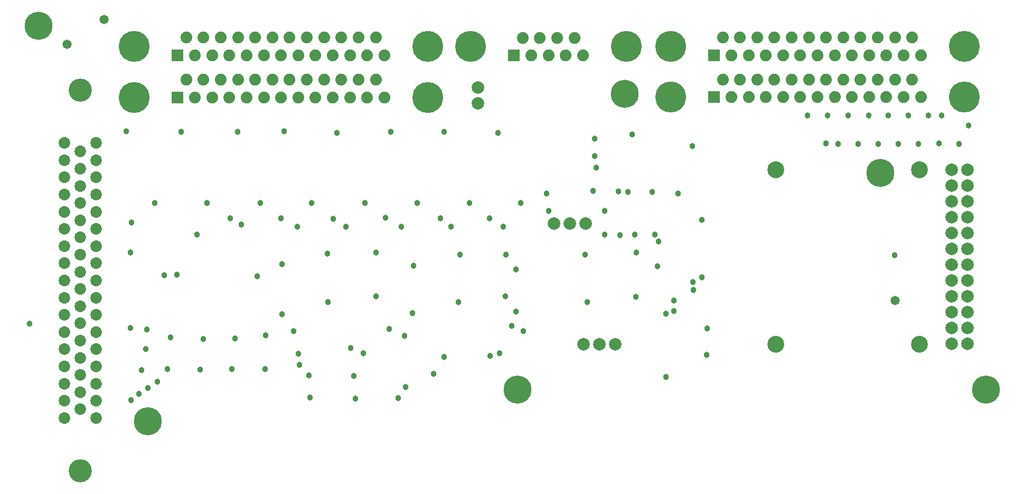
<source format=gbs>
G04*
G04 #@! TF.GenerationSoftware,Altium Limited,Altium Designer,19.0.10 (269)*
G04*
G04 Layer_Color=16711935*
%FSLAX25Y25*%
%MOIN*%
G70*
G01*
G75*
%ADD49C,0.03800*%
%ADD55C,0.07887*%
%ADD56C,0.19540*%
%ADD57R,0.07453X0.07453*%
%ADD58C,0.07453*%
%ADD59C,0.17729*%
%ADD60C,0.10642*%
%ADD61C,0.07300*%
%ADD62C,0.14600*%
%ADD63C,0.05800*%
D49*
X399659Y356750D02*
D03*
X416013Y362750D02*
D03*
X682226Y405750D02*
D03*
X508750Y301750D02*
D03*
X496250Y295250D02*
D03*
X508250Y306750D02*
D03*
X517414Y277350D02*
D03*
X516914Y260850D02*
D03*
X491311Y246850D02*
D03*
X496311Y288350D02*
D03*
X491311Y286850D02*
D03*
X486550Y332450D02*
D03*
X486050Y316950D02*
D03*
X514050Y346050D02*
D03*
Y309750D02*
D03*
X447250Y379250D02*
D03*
X316701Y277250D02*
D03*
X499071Y362750D02*
D03*
X195250Y336950D02*
D03*
X163130Y264534D02*
D03*
X185215Y401750D02*
D03*
X150750Y402250D02*
D03*
X283750Y401250D02*
D03*
X250250Y402250D02*
D03*
X317750Y401750D02*
D03*
X351250D02*
D03*
X385250Y401250D02*
D03*
X292371Y265050D02*
D03*
X223250Y343250D02*
D03*
X471750Y336656D02*
D03*
X380250Y260250D02*
D03*
X469995Y400164D02*
D03*
X508150Y392664D02*
D03*
X344720Y248908D02*
D03*
X635661Y323661D02*
D03*
X461250Y364042D02*
D03*
X452750Y336829D02*
D03*
Y351904D02*
D03*
X445384Y364404D02*
D03*
X446239Y386404D02*
D03*
Y397404D02*
D03*
X153750Y232250D02*
D03*
X170250Y243951D02*
D03*
X164250Y239974D02*
D03*
X158750Y236250D02*
D03*
X386314Y261885D02*
D03*
X401250Y275750D02*
D03*
X393881Y279250D02*
D03*
X322421Y233312D02*
D03*
X326921Y240312D02*
D03*
X259992Y254329D02*
D03*
X295250Y233216D02*
D03*
X266492Y233730D02*
D03*
X300392Y261829D02*
D03*
X351392Y259470D02*
D03*
X153835Y344404D02*
D03*
X153250Y325404D02*
D03*
X259173Y261312D02*
D03*
X484324Y336776D02*
D03*
X258752Y341950D02*
D03*
X289301D02*
D03*
X324184D02*
D03*
X355801D02*
D03*
X388669D02*
D03*
X417415Y351750D02*
D03*
X379915Y347245D02*
D03*
X348915Y347250D02*
D03*
X314203Y347363D02*
D03*
X281415Y346863D02*
D03*
X248415Y347245D02*
D03*
X216415Y347250D02*
D03*
X89750Y280457D02*
D03*
X233311Y310427D02*
D03*
X256201Y275675D02*
D03*
X326243Y272750D02*
D03*
X396750Y288250D02*
D03*
X396779Y314675D02*
D03*
X249133Y286478D02*
D03*
X331453Y287175D02*
D03*
X332050Y317175D02*
D03*
X249133Y318026D02*
D03*
X178750Y271750D02*
D03*
X277750Y324675D02*
D03*
X482739Y363904D02*
D03*
X467239D02*
D03*
X462239Y336404D02*
D03*
X472739Y325404D02*
D03*
X472187Y297404D02*
D03*
X390152Y297955D02*
D03*
X308463Y297750D02*
D03*
X390187Y324249D02*
D03*
X308463Y325352D02*
D03*
X153250Y277957D02*
D03*
X174750Y311250D02*
D03*
X182687Y311408D02*
D03*
X220893Y401750D02*
D03*
X294421Y247312D02*
D03*
X265884Y247812D02*
D03*
X238350Y251750D02*
D03*
X599850Y394250D02*
D03*
X676250D02*
D03*
X592250Y394383D02*
D03*
X612583Y394250D02*
D03*
X625317D02*
D03*
X638050D02*
D03*
X650783D02*
D03*
X663517Y394383D02*
D03*
X593483Y412117D02*
D03*
X606217Y412250D02*
D03*
X619180D02*
D03*
X631750D02*
D03*
X644250D02*
D03*
X657150Y412117D02*
D03*
X665250D02*
D03*
X580750Y412250D02*
D03*
X163687Y276856D02*
D03*
X217250Y251750D02*
D03*
X197250Y251486D02*
D03*
X176750Y251750D02*
D03*
X238750Y273301D02*
D03*
X219250Y271250D02*
D03*
X199250Y270750D02*
D03*
X160250Y251250D02*
D03*
X277852Y294175D02*
D03*
X360250D02*
D03*
X441750D02*
D03*
X440250Y324175D02*
D03*
X361250D02*
D03*
X367250Y356750D02*
D03*
X334250D02*
D03*
X301250D02*
D03*
X267750D02*
D03*
X235250D02*
D03*
X201750D02*
D03*
X168750D02*
D03*
D55*
X439250Y267514D02*
D03*
X449250D02*
D03*
X459250D02*
D03*
X420750Y343750D02*
D03*
X430750D02*
D03*
X440750D02*
D03*
X372779Y429750D02*
D03*
Y419750D02*
D03*
X671750Y317750D02*
D03*
Y307750D02*
D03*
Y297750D02*
D03*
Y287750D02*
D03*
Y277750D02*
D03*
Y267750D02*
D03*
Y367750D02*
D03*
Y377750D02*
D03*
Y357750D02*
D03*
Y347750D02*
D03*
Y337750D02*
D03*
Y327750D02*
D03*
X681750D02*
D03*
Y337750D02*
D03*
Y347750D02*
D03*
Y357750D02*
D03*
Y377750D02*
D03*
Y367750D02*
D03*
Y267750D02*
D03*
Y277750D02*
D03*
Y287750D02*
D03*
Y297750D02*
D03*
Y307750D02*
D03*
Y317750D02*
D03*
D56*
X679593Y455841D02*
D03*
X494348D02*
D03*
Y423675D02*
D03*
X679593D02*
D03*
X340994Y423585D02*
D03*
X155750D02*
D03*
Y455750D02*
D03*
X340994D02*
D03*
X466443Y455659D02*
D03*
X368057D02*
D03*
D57*
X521750Y450250D02*
D03*
Y423675D02*
D03*
X183152Y423585D02*
D03*
Y450159D02*
D03*
X395439Y450069D02*
D03*
D58*
X527185Y461431D02*
D03*
X532620Y450250D02*
D03*
X538055Y461431D02*
D03*
X543490Y450250D02*
D03*
X548925Y461431D02*
D03*
X554360Y450250D02*
D03*
X559795Y461431D02*
D03*
X565230Y450250D02*
D03*
X570665Y461431D02*
D03*
X576100Y450250D02*
D03*
X581535Y461431D02*
D03*
X586970Y450250D02*
D03*
X592406Y461431D02*
D03*
X597841Y450250D02*
D03*
X603276Y461431D02*
D03*
X608711Y450250D02*
D03*
X614146Y461431D02*
D03*
X619581Y450250D02*
D03*
X625016Y461431D02*
D03*
X630451Y450250D02*
D03*
X635886Y461431D02*
D03*
X641321Y450250D02*
D03*
X646756Y461431D02*
D03*
X652191Y450250D02*
D03*
Y423675D02*
D03*
X646756Y434856D02*
D03*
X641321Y423675D02*
D03*
X635886Y434856D02*
D03*
X630451Y423675D02*
D03*
X625016Y434856D02*
D03*
X619581Y423675D02*
D03*
X614146Y434856D02*
D03*
X608711Y423675D02*
D03*
X603276Y434856D02*
D03*
X597841Y423675D02*
D03*
X592406Y434856D02*
D03*
X586970Y423675D02*
D03*
X581535Y434856D02*
D03*
X576100Y423675D02*
D03*
X570665Y434856D02*
D03*
X565230Y423675D02*
D03*
X559795Y434856D02*
D03*
X554360Y423675D02*
D03*
X548925Y434856D02*
D03*
X543490Y423675D02*
D03*
X538055Y434856D02*
D03*
X532620Y423675D02*
D03*
X527185Y434856D02*
D03*
X188587Y434766D02*
D03*
X194022Y423585D02*
D03*
X199457Y434766D02*
D03*
X204892Y423585D02*
D03*
X210327Y434766D02*
D03*
X215762Y423585D02*
D03*
X221197Y434766D02*
D03*
X226632Y423585D02*
D03*
X232067Y434766D02*
D03*
X237502Y423585D02*
D03*
X242937Y434766D02*
D03*
X248372Y423585D02*
D03*
X253807Y434766D02*
D03*
X259242Y423585D02*
D03*
X264677Y434766D02*
D03*
X270112Y423585D02*
D03*
X275547Y434766D02*
D03*
X280982Y423585D02*
D03*
X286417Y434766D02*
D03*
X291852Y423585D02*
D03*
X297287Y434766D02*
D03*
X302722Y423585D02*
D03*
X308157Y434766D02*
D03*
X313593Y423585D02*
D03*
Y450159D02*
D03*
X308157Y461341D02*
D03*
X302722Y450159D02*
D03*
X297287Y461341D02*
D03*
X291852Y450159D02*
D03*
X286417Y461341D02*
D03*
X280982Y450159D02*
D03*
X275547Y461341D02*
D03*
X270112Y450159D02*
D03*
X264677Y461341D02*
D03*
X259242Y450159D02*
D03*
X253807Y461341D02*
D03*
X248372Y450159D02*
D03*
X242937Y461341D02*
D03*
X237502Y450159D02*
D03*
X232067Y461341D02*
D03*
X226632Y450159D02*
D03*
X221197Y461341D02*
D03*
X215762Y450159D02*
D03*
X210327Y461341D02*
D03*
X204892Y450159D02*
D03*
X199457Y461341D02*
D03*
X194022Y450159D02*
D03*
X188587Y461341D02*
D03*
X400892Y461250D02*
D03*
X406344Y450069D02*
D03*
X411797Y461250D02*
D03*
X417250Y450069D02*
D03*
X422703Y461250D02*
D03*
X428156Y450069D02*
D03*
X433608Y461250D02*
D03*
X439061Y450069D02*
D03*
D59*
X465250Y425750D02*
D03*
X397750Y238750D02*
D03*
X693250D02*
D03*
X95250Y468750D02*
D03*
X164250Y218750D02*
D03*
X626750Y375750D02*
D03*
D60*
X651266Y267514D02*
D03*
X560715D02*
D03*
X651266Y377750D02*
D03*
X560715D02*
D03*
D61*
X131750Y394750D02*
D03*
Y383884D02*
D03*
X111750Y231758D02*
D03*
X131750Y373018D02*
D03*
Y362152D02*
D03*
Y351285D02*
D03*
Y340419D02*
D03*
Y329553D02*
D03*
Y318687D02*
D03*
Y307821D02*
D03*
Y296955D02*
D03*
Y286089D02*
D03*
Y275222D02*
D03*
Y264356D02*
D03*
Y253490D02*
D03*
Y242624D02*
D03*
Y231758D02*
D03*
X121750Y389317D02*
D03*
Y378453D02*
D03*
Y367590D02*
D03*
Y356726D02*
D03*
Y345863D02*
D03*
Y334999D02*
D03*
Y324136D02*
D03*
Y313272D02*
D03*
Y302409D02*
D03*
Y291545D02*
D03*
Y280682D02*
D03*
Y269818D02*
D03*
Y258955D02*
D03*
Y248091D02*
D03*
Y237228D02*
D03*
Y226364D02*
D03*
X111750Y394750D02*
D03*
Y383884D02*
D03*
Y373018D02*
D03*
Y362152D02*
D03*
Y351285D02*
D03*
Y340419D02*
D03*
Y329553D02*
D03*
Y318687D02*
D03*
Y307821D02*
D03*
Y296955D02*
D03*
Y286089D02*
D03*
Y275222D02*
D03*
Y264356D02*
D03*
Y253490D02*
D03*
Y242624D02*
D03*
X131750Y220892D02*
D03*
X111750D02*
D03*
D62*
X121750Y428096D02*
D03*
Y187545D02*
D03*
D63*
X635886Y295250D02*
D03*
X113250Y457250D02*
D03*
X136750Y472750D02*
D03*
M02*

</source>
